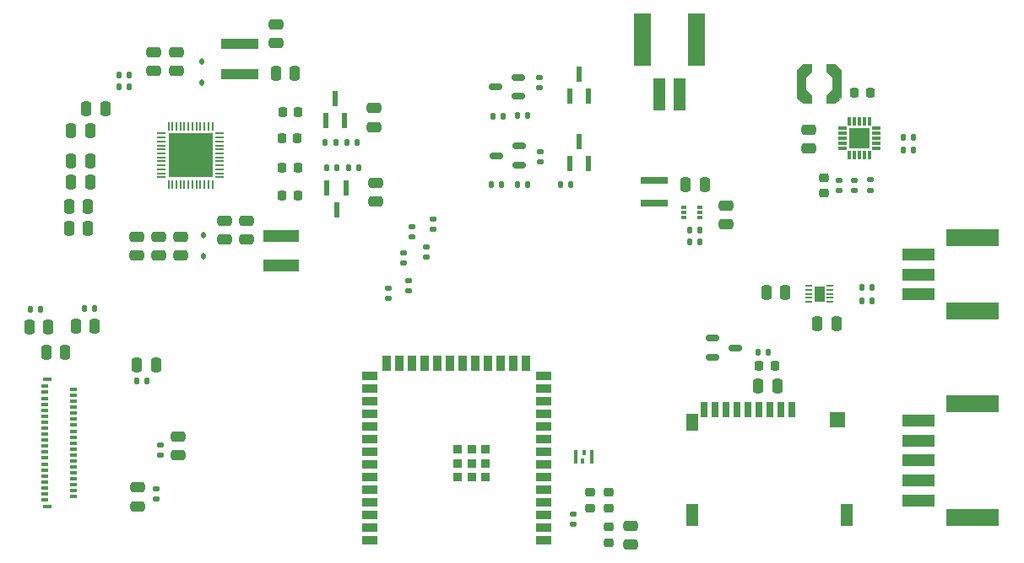
<source format=gtp>
G04 #@! TF.GenerationSoftware,KiCad,Pcbnew,8.0.5*
G04 #@! TF.CreationDate,2025-06-09T21:24:26+03:00*
G04 #@! TF.ProjectId,Main Board,4d61696e-2042-46f6-9172-642e6b696361,rev?*
G04 #@! TF.SameCoordinates,Original*
G04 #@! TF.FileFunction,Paste,Top*
G04 #@! TF.FilePolarity,Positive*
%FSLAX46Y46*%
G04 Gerber Fmt 4.6, Leading zero omitted, Abs format (unit mm)*
G04 Created by KiCad (PCBNEW 8.0.5) date 2025-06-09 21:24:26*
%MOMM*%
%LPD*%
G01*
G04 APERTURE LIST*
G04 Aperture macros list*
%AMRoundRect*
0 Rectangle with rounded corners*
0 $1 Rounding radius*
0 $2 $3 $4 $5 $6 $7 $8 $9 X,Y pos of 4 corners*
0 Add a 4 corners polygon primitive as box body*
4,1,4,$2,$3,$4,$5,$6,$7,$8,$9,$2,$3,0*
0 Add four circle primitives for the rounded corners*
1,1,$1+$1,$2,$3*
1,1,$1+$1,$4,$5*
1,1,$1+$1,$6,$7*
1,1,$1+$1,$8,$9*
0 Add four rect primitives between the rounded corners*
20,1,$1+$1,$2,$3,$4,$5,0*
20,1,$1+$1,$4,$5,$6,$7,0*
20,1,$1+$1,$6,$7,$8,$9,0*
20,1,$1+$1,$8,$9,$2,$3,0*%
G04 Aperture macros list end*
%ADD10C,0.010000*%
%ADD11RoundRect,0.135000X0.135000X0.185000X-0.135000X0.185000X-0.135000X-0.185000X0.135000X-0.185000X0*%
%ADD12RoundRect,0.135000X0.185000X-0.135000X0.185000X0.135000X-0.185000X0.135000X-0.185000X-0.135000X0*%
%ADD13RoundRect,0.250000X-0.475000X0.250000X-0.475000X-0.250000X0.475000X-0.250000X0.475000X0.250000X0*%
%ADD14RoundRect,0.112500X-0.112500X0.187500X-0.112500X-0.187500X0.112500X-0.187500X0.112500X0.187500X0*%
%ADD15RoundRect,0.250000X0.475000X-0.250000X0.475000X0.250000X-0.475000X0.250000X-0.475000X-0.250000X0*%
%ADD16R,0.700000X0.200000*%
%ADD17R,1.000000X1.600000*%
%ADD18RoundRect,0.135000X-0.185000X0.135000X-0.185000X-0.135000X0.185000X-0.135000X0.185000X0.135000X0*%
%ADD19RoundRect,0.225000X-0.250000X0.225000X-0.250000X-0.225000X0.250000X-0.225000X0.250000X0.225000X0*%
%ADD20R,0.700000X1.600000*%
%ADD21R,1.200000X1.800000*%
%ADD22R,1.600000X1.500000*%
%ADD23R,1.200000X2.200000*%
%ADD24R,1.500000X0.900000*%
%ADD25R,0.900000X1.500000*%
%ADD26R,0.900000X0.900000*%
%ADD27RoundRect,0.135000X-0.135000X-0.185000X0.135000X-0.185000X0.135000X0.185000X-0.135000X0.185000X0*%
%ADD28R,0.406400X1.397000*%
%ADD29R,0.304800X0.508000*%
%ADD30RoundRect,0.250000X0.250000X0.475000X-0.250000X0.475000X-0.250000X-0.475000X0.250000X-0.475000X0*%
%ADD31R,1.244600X3.200400*%
%ADD32R,1.752600X5.359400*%
%ADD33R,3.600000X1.150000*%
%ADD34R,0.492000X0.300000*%
%ADD35R,0.900000X0.200000*%
%ADD36R,0.200000X0.900000*%
%ADD37R,4.500000X4.500000*%
%ADD38R,2.700000X0.800000*%
%ADD39RoundRect,0.225000X-0.225000X-0.250000X0.225000X-0.250000X0.225000X0.250000X-0.225000X0.250000X0*%
%ADD40RoundRect,0.112500X0.112500X-0.187500X0.112500X0.187500X-0.112500X0.187500X-0.112500X-0.187500X0*%
%ADD41R,3.700000X1.100000*%
%ADD42R,3.200400X1.244600*%
%ADD43R,5.359400X1.752600*%
%ADD44RoundRect,0.250000X-0.250000X-0.475000X0.250000X-0.475000X0.250000X0.475000X-0.250000X0.475000X0*%
%ADD45RoundRect,0.225000X0.225000X0.250000X-0.225000X0.250000X-0.225000X-0.250000X0.225000X-0.250000X0*%
%ADD46R,0.609600X1.574800*%
%ADD47RoundRect,0.225000X0.250000X-0.225000X0.250000X0.225000X-0.250000X0.225000X-0.250000X-0.225000X0*%
%ADD48R,0.900000X0.300000*%
%ADD49R,0.300000X0.900000*%
%ADD50R,2.150000X2.150000*%
%ADD51RoundRect,0.150000X-0.512500X-0.150000X0.512500X-0.150000X0.512500X0.150000X-0.512500X0.150000X0*%
%ADD52R,0.800000X0.300000*%
%ADD53R,0.650000X0.300000*%
%ADD54R,0.950000X0.400000*%
%ADD55RoundRect,0.150000X0.512500X0.150000X-0.512500X0.150000X-0.512500X-0.150000X0.512500X-0.150000X0*%
G04 APERTURE END LIST*
D10*
X180285000Y-44305000D02*
X179705000Y-44900000D01*
X179705000Y-46050000D01*
X180285000Y-46645000D01*
X180285000Y-47420000D01*
X179395000Y-47420000D01*
X178835000Y-46870000D01*
X178835000Y-44080000D01*
X179395000Y-43530000D01*
X180285000Y-43530000D01*
X180285000Y-44305000D01*
G36*
X180285000Y-44305000D02*
G01*
X179705000Y-44900000D01*
X179705000Y-46050000D01*
X180285000Y-46645000D01*
X180285000Y-47420000D01*
X179395000Y-47420000D01*
X178835000Y-46870000D01*
X178835000Y-44080000D01*
X179395000Y-43530000D01*
X180285000Y-43530000D01*
X180285000Y-44305000D01*
G37*
X183235000Y-44080000D02*
X183235000Y-46870000D01*
X182675000Y-47420000D01*
X181785000Y-47420000D01*
X181785000Y-46645000D01*
X182365000Y-46050000D01*
X182365000Y-44900000D01*
X181785000Y-44305000D01*
X181785000Y-43530000D01*
X182675000Y-43530000D01*
X183235000Y-44080000D01*
G36*
X183235000Y-44080000D02*
G01*
X183235000Y-46870000D01*
X182675000Y-47420000D01*
X181785000Y-47420000D01*
X181785000Y-46645000D01*
X182365000Y-46050000D01*
X182365000Y-44900000D01*
X181785000Y-44305000D01*
X181785000Y-43530000D01*
X182675000Y-43530000D01*
X183235000Y-44080000D01*
G37*
D11*
X113625000Y-75350000D03*
X112605000Y-75350000D03*
D12*
X142300000Y-60150000D03*
X142300000Y-59130000D03*
X137825000Y-67070000D03*
X137825000Y-66050000D03*
D13*
X116630000Y-42300000D03*
X116630000Y-44200000D03*
D14*
X119125000Y-43250000D03*
X119125000Y-45350000D03*
D11*
X111870000Y-44600000D03*
X110850000Y-44600000D03*
D15*
X117000000Y-62750000D03*
X117000000Y-60850000D03*
D16*
X182125000Y-67414966D03*
X182125000Y-67014966D03*
X182125000Y-66614966D03*
X182125000Y-66214966D03*
X182125000Y-65814966D03*
X180025000Y-65814966D03*
X180025000Y-66214966D03*
X180025000Y-66614966D03*
X180025000Y-67014966D03*
X180025000Y-67414966D03*
D17*
X181075000Y-66614966D03*
D11*
X169072100Y-61350000D03*
X168052100Y-61350000D03*
D18*
X140200000Y-59880000D03*
X140200000Y-60900000D03*
D19*
X181550000Y-54925000D03*
X181550000Y-56475000D03*
D11*
X134860000Y-53900000D03*
X133840000Y-53900000D03*
D13*
X162160000Y-89900000D03*
X162160000Y-91800000D03*
X123600000Y-59250000D03*
X123600000Y-61150000D03*
D11*
X151810000Y-55625000D03*
X150790000Y-55625000D03*
D20*
X178325000Y-78200000D03*
X177225000Y-78200000D03*
X176125000Y-78200000D03*
X175025000Y-78200000D03*
X173925000Y-78200000D03*
X172825000Y-78200000D03*
X171725000Y-78200000D03*
X170625000Y-78200000D03*
X169525000Y-78200000D03*
D21*
X168325000Y-79500000D03*
D22*
X182925000Y-79250000D03*
D23*
X168325000Y-88800000D03*
X183825000Y-88800000D03*
D11*
X149405000Y-48750000D03*
X148385000Y-48750000D03*
D24*
X153450000Y-91340000D03*
X153450000Y-90070000D03*
X153450000Y-88800000D03*
X153450000Y-87530000D03*
X153450000Y-86260000D03*
X153450000Y-84990000D03*
X153450000Y-83720000D03*
X153450000Y-82450000D03*
X153450000Y-81180000D03*
X153450000Y-79910000D03*
X153450000Y-78640000D03*
X153450000Y-77370000D03*
X153450000Y-76100000D03*
X153450000Y-74830000D03*
D25*
X151685000Y-73580000D03*
X150415000Y-73580000D03*
X149145000Y-73580000D03*
X147875000Y-73580000D03*
X146605000Y-73580000D03*
X145335000Y-73580000D03*
X144065000Y-73580000D03*
X142795000Y-73580000D03*
X141525000Y-73580000D03*
X140255000Y-73580000D03*
X138985000Y-73580000D03*
X137715000Y-73580000D03*
D24*
X135950000Y-74830000D03*
X135950000Y-76100000D03*
X135950000Y-77370000D03*
X135950000Y-78640000D03*
X135950000Y-79910000D03*
X135950000Y-81180000D03*
X135950000Y-82450000D03*
X135950000Y-83720000D03*
X135950000Y-84990000D03*
X135950000Y-86260000D03*
X135950000Y-87530000D03*
X135950000Y-88800000D03*
X135950000Y-90070000D03*
X135950000Y-91340000D03*
D26*
X146200000Y-83620000D03*
X146200000Y-85020000D03*
X147600000Y-85020000D03*
X147600000Y-83620000D03*
X147600000Y-82220000D03*
X146200000Y-82220000D03*
X144800000Y-82220000D03*
X144800000Y-83620000D03*
X144800000Y-85020000D03*
D27*
X131640000Y-53900000D03*
X132660000Y-53900000D03*
D28*
X158225000Y-82960000D03*
D29*
X157523974Y-82514001D03*
D28*
X156624998Y-82960000D03*
D29*
X157318999Y-83405999D03*
D30*
X177675000Y-66484966D03*
X175775000Y-66484966D03*
D15*
X112745000Y-87950000D03*
X112745000Y-86050000D03*
D12*
X139375000Y-63535000D03*
X139375000Y-62515000D03*
D31*
X167025001Y-46579000D03*
X165024999Y-46579000D03*
D32*
X168725000Y-41099001D03*
X163325000Y-41099001D03*
D15*
X112600000Y-62750000D03*
X112600000Y-60850000D03*
D12*
X186225000Y-56185000D03*
X186225000Y-55165000D03*
D33*
X127100000Y-60825000D03*
X127100000Y-63775000D03*
D34*
X169121100Y-58900000D03*
X169121100Y-58400000D03*
X169121100Y-57900000D03*
X167453100Y-57900000D03*
X167453100Y-58400000D03*
X167453100Y-58900000D03*
D35*
X115050000Y-50500000D03*
X115050000Y-50900000D03*
X115050000Y-51300000D03*
X115050000Y-51700000D03*
X115050000Y-52100000D03*
X115050000Y-52500000D03*
X115050000Y-52900000D03*
X115050000Y-53300000D03*
X115050000Y-53700000D03*
X115050000Y-54100000D03*
X115050000Y-54500000D03*
X115050000Y-54900000D03*
D36*
X115800000Y-55650000D03*
X116200000Y-55650000D03*
X116600000Y-55650000D03*
X117000000Y-55650000D03*
X117400000Y-55650000D03*
X117800000Y-55650000D03*
X118200000Y-55650000D03*
X118600000Y-55650000D03*
X119000000Y-55650000D03*
X119400000Y-55650000D03*
X119800000Y-55650000D03*
X120200000Y-55650000D03*
D35*
X120950000Y-54900000D03*
X120950000Y-54500000D03*
X120950000Y-54100000D03*
X120950000Y-53700000D03*
X120950000Y-53300000D03*
X120950000Y-52900000D03*
X120950000Y-52500000D03*
X120950000Y-52100000D03*
X120950000Y-51700000D03*
X120950000Y-51300000D03*
X120950000Y-50900000D03*
X120950000Y-50500000D03*
D36*
X120200000Y-49750000D03*
X119800000Y-49750000D03*
X119400000Y-49750000D03*
X119000000Y-49750000D03*
X118600000Y-49750000D03*
X118200000Y-49750000D03*
X117800000Y-49750000D03*
X117400000Y-49750000D03*
X117000000Y-49750000D03*
X116600000Y-49750000D03*
X116200000Y-49750000D03*
X115800000Y-49750000D03*
D37*
X118000000Y-52700000D03*
D38*
X164487100Y-57500000D03*
X164487100Y-55200000D03*
D39*
X175050000Y-73850000D03*
X176600000Y-73850000D03*
X127278000Y-48392200D03*
X128828000Y-48392200D03*
D11*
X186385000Y-67284966D03*
X185365000Y-67284966D03*
D40*
X119300000Y-62850000D03*
X119300000Y-60750000D03*
D41*
X122975000Y-44500000D03*
X122975000Y-41500000D03*
D42*
X190996000Y-87350000D03*
X190996000Y-85350001D03*
X190996000Y-83350000D03*
X190996000Y-81349999D03*
X190996000Y-79350000D03*
D43*
X196475999Y-89050001D03*
X196475999Y-77649999D03*
D30*
X107950000Y-53250000D03*
X106050000Y-53250000D03*
D44*
X105850000Y-57850000D03*
X107750000Y-57850000D03*
D27*
X155125000Y-55660000D03*
X156145000Y-55660000D03*
D42*
X190996000Y-66650001D03*
X190996000Y-64650000D03*
X190996000Y-62649999D03*
D43*
X196475999Y-68350000D03*
X196475999Y-60950000D03*
D13*
X116750000Y-80925000D03*
X116750000Y-82825000D03*
D27*
X107390000Y-68050000D03*
X108410000Y-68050000D03*
D30*
X107950000Y-50250000D03*
X106050000Y-50250000D03*
X182775000Y-69564966D03*
X180875000Y-69564966D03*
D45*
X128775000Y-53900000D03*
X127225000Y-53900000D03*
D27*
X110840000Y-45800000D03*
X111860000Y-45800000D03*
D30*
X103750000Y-69900000D03*
X101850000Y-69900000D03*
X128450000Y-44425000D03*
X126550000Y-44425000D03*
D13*
X114800000Y-60850000D03*
X114800000Y-62750000D03*
D27*
X189515000Y-52150000D03*
X190535000Y-52150000D03*
D46*
X156047500Y-53517200D03*
X157952500Y-53517200D03*
X157000000Y-51332800D03*
D44*
X167675000Y-55650000D03*
X169575000Y-55650000D03*
D11*
X102960000Y-68150000D03*
X101940000Y-68150000D03*
D47*
X159925000Y-88125000D03*
X159925000Y-86575000D03*
D13*
X180000000Y-50125000D03*
X180000000Y-52025000D03*
D46*
X156047500Y-46717200D03*
X157952500Y-46717200D03*
X157000000Y-44532800D03*
D12*
X183100000Y-56210000D03*
X183100000Y-55190000D03*
D11*
X151810000Y-48725000D03*
X150790000Y-48725000D03*
D30*
X107750000Y-60050000D03*
X105850000Y-60050000D03*
D44*
X106500000Y-69850000D03*
X108400000Y-69850000D03*
D11*
X186385000Y-66000000D03*
X185365000Y-66000000D03*
D46*
X133608000Y-56007800D03*
X131703000Y-56007800D03*
X132655500Y-58192200D03*
D11*
X175935000Y-72450000D03*
X174915000Y-72450000D03*
X190535000Y-50875000D03*
X189515000Y-50875000D03*
D48*
X183375000Y-50000000D03*
X183375000Y-50500000D03*
X183375000Y-51000000D03*
X183375000Y-51500000D03*
X183375000Y-52000000D03*
D49*
X184075000Y-52700000D03*
X184575000Y-52700000D03*
X185075000Y-52700000D03*
X185575000Y-52700000D03*
X186075000Y-52700000D03*
D48*
X186775000Y-52000000D03*
X186775000Y-51500000D03*
X186775000Y-51000000D03*
X186775000Y-50500000D03*
X186775000Y-50000000D03*
D49*
X186075000Y-49300000D03*
X185575000Y-49300000D03*
X185075000Y-49300000D03*
X184575000Y-49300000D03*
X184075000Y-49300000D03*
D50*
X185075000Y-51000000D03*
D15*
X126575000Y-41450000D03*
X126575000Y-39550000D03*
D39*
X184625000Y-46375000D03*
X186175000Y-46375000D03*
D12*
X153100000Y-53335000D03*
X153100000Y-52315000D03*
D13*
X114280000Y-42320000D03*
X114280000Y-44220000D03*
D44*
X174975000Y-75850000D03*
X176875000Y-75850000D03*
D27*
X131540000Y-51407800D03*
X132560000Y-51407800D03*
D12*
X141650000Y-62885000D03*
X141650000Y-61865000D03*
D13*
X136400000Y-47950000D03*
X136400000Y-49850000D03*
D15*
X121400000Y-61150000D03*
X121400000Y-59250000D03*
D11*
X149210000Y-55625000D03*
X148190000Y-55625000D03*
D12*
X153000000Y-45935000D03*
X153000000Y-44915000D03*
D44*
X107575000Y-48050000D03*
X109475000Y-48050000D03*
D47*
X158125000Y-88125000D03*
X158125000Y-86575000D03*
D51*
X170387500Y-71080000D03*
X170387500Y-72980000D03*
X172662500Y-72030000D03*
D13*
X136603000Y-55442200D03*
X136603000Y-57342200D03*
D52*
X103400000Y-75900000D03*
D53*
X106275000Y-76200000D03*
D52*
X103400000Y-76500000D03*
D53*
X106275000Y-76800000D03*
D52*
X103400000Y-77100000D03*
D53*
X106275000Y-77400000D03*
D52*
X103400000Y-77700000D03*
D53*
X106275000Y-78000000D03*
D52*
X103400000Y-78300000D03*
D53*
X106275000Y-78600000D03*
D52*
X103400000Y-78900000D03*
D53*
X106275000Y-79200000D03*
D52*
X103400000Y-79500000D03*
D53*
X106275000Y-79800000D03*
D52*
X103400000Y-80100000D03*
D53*
X106275000Y-80400000D03*
D52*
X103400000Y-80700000D03*
D53*
X106275000Y-81000000D03*
D52*
X103400000Y-81300000D03*
D53*
X106275000Y-81600000D03*
D52*
X103400000Y-81900000D03*
D53*
X106275000Y-82200000D03*
D52*
X103400000Y-82500000D03*
D53*
X106275000Y-82800000D03*
D52*
X103400000Y-83100000D03*
D53*
X106275000Y-83400000D03*
D52*
X103400000Y-83700000D03*
D53*
X106275000Y-84000000D03*
D52*
X103400000Y-84300000D03*
D53*
X106275000Y-84600000D03*
D52*
X103400000Y-84900000D03*
D53*
X106275000Y-85200000D03*
D52*
X103400000Y-85500000D03*
D53*
X106275000Y-85800000D03*
D52*
X103400000Y-86100000D03*
D53*
X106275000Y-86400000D03*
D52*
X103400000Y-86700000D03*
D53*
X106275000Y-87000000D03*
D52*
X103400000Y-87300000D03*
D54*
X103675000Y-75200000D03*
X103675000Y-88000000D03*
D18*
X115025000Y-81805000D03*
X115025000Y-82825000D03*
D19*
X159925000Y-90035000D03*
X159925000Y-91585000D03*
D46*
X131547500Y-49192200D03*
X133452500Y-49192200D03*
X132500000Y-47007800D03*
D39*
X127225000Y-56750000D03*
X128775000Y-56750000D03*
D11*
X134760000Y-51400000D03*
X133740000Y-51400000D03*
D13*
X171712100Y-57725000D03*
X171712100Y-59625000D03*
D30*
X105425000Y-72480000D03*
X103525000Y-72480000D03*
D18*
X184600000Y-55190000D03*
X184600000Y-56210000D03*
D44*
X106050000Y-55400000D03*
X107950000Y-55400000D03*
D12*
X114575000Y-87210000D03*
X114575000Y-86190000D03*
D55*
X150937500Y-53675000D03*
X150937500Y-51775000D03*
X148662500Y-52725000D03*
X150875000Y-46775000D03*
X150875000Y-44875000D03*
X148600000Y-45825000D03*
D30*
X114550000Y-73725000D03*
X112650000Y-73725000D03*
D27*
X168052100Y-60175000D03*
X169072100Y-60175000D03*
D18*
X139925000Y-65250000D03*
X139925000Y-66270000D03*
D39*
X127175000Y-51000000D03*
X128725000Y-51000000D03*
D18*
X156425000Y-88710000D03*
X156425000Y-89730000D03*
M02*

</source>
